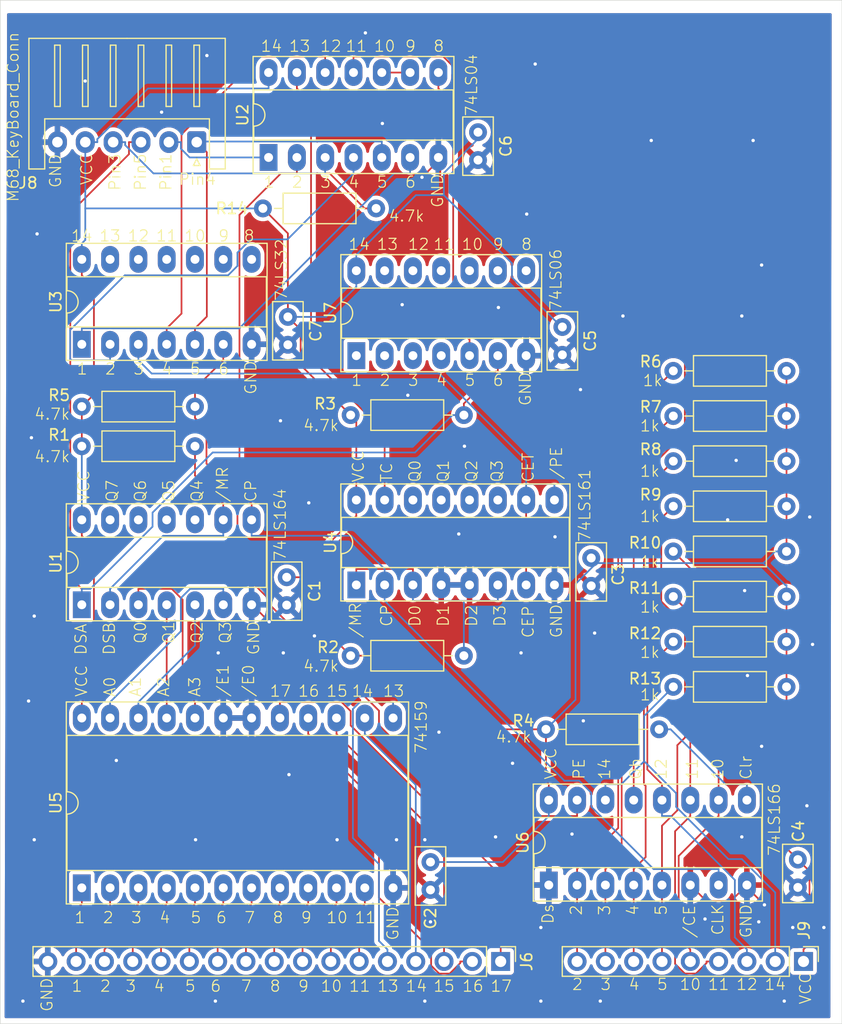
<source format=kicad_pcb>
(kicad_pcb (version 20240108) (generator "pcbnew") (generator_version "8.0")
  (layers (0 "F.Cu" signal) (31 "B.Cu" signal) (34 "B.Paste" user) (35 "F.Paste" user) (36 "B.SilkS" user "B.Silkscreen") (37 "F.SilkS" user "F.Silkscreen") (38 "B.Mask" user) (39 "F.Mask" user) (44 "Edge.Cuts" user))
  (net 0 "")
  (net 1 "VCC")
  (net 2 "/FromM68(Pin4)")
  (net 3 "/FromM68(Pin1)")
  (net 4 "/ToM68(Pin5)")
  (net 15 "GND")
  (net 16 "Net-(J6-Pin_3)")
  (net 17 "Net-(J6-Pin_2)")
  (net 18 "Net-(J6-Pin_1)")
  (net 19 "Net-(J6-Pin_4)")
  (net 20 "Net-(J6-Pin_5)")
  (net 21 "/FromM68(Pin3)")
  (net 22 "Net-(U2-Pad10)")
  (net 23 "Net-(U2-Pad4)")
  (net 24 "Net-(U2-Pad12)")
  (net 25 "Net-(U2-Pad6)")
  (net 26 "Net-(U2-Pad8)")
  (net 33 "Net-(J6-Pin_16)")
  (net 34 "Net-(J6-Pin_7)")
  (net 35 "Net-(J6-Pin_13)")
  (net 36 "Net-(J6-Pin_14)")
  (net 37 "Net-(J6-Pin_11)")
  (net 38 "Net-(J6-Pin_10)")
  (net 39 "Net-(J6-Pin_15)")
  (net 40 "Net-(J6-Pin_9)")
  (net 41 "Net-(J6-Pin_12)")
  (net 42 "Net-(J6-Pin_6)")
  (net 43 "Net-(J6-Pin_8)")
  (net 44 "Net-(J9-Pin_3)")
  (net 45 "Net-(J9-Pin_8)")
  (net 46 "Net-(J9-Pin_7)")
  (net 47 "Net-(J9-Pin_9)")
  (net 48 "Net-(J9-Pin_2)")
  (net 49 "Net-(J9-Pin_5)")
  (net 50 "Net-(J9-Pin_6)")
  (net 51 "Net-(J9-Pin_4)")
  (net 52 "Net-(U1-DSB)")
  (net 53 "Net-(U4-D0)")
  (net 54 "Net-(U6-Clr)")
  (net 55 "Net-(U6-PE)")
  (net 56 "Net-(U1-Q2)")
  (net 57 "Net-(U1-Q3)")
  (net 61 "Net-(U1-CP)")
  (net 63 "Net-(U1-Q1)")
  (net 64 "Net-(U1-Q0)")
  (net 65 "Net-(U4-TC)")
  (net 66 "Net-(U6-Qh)")
  (net 67 "Net-(U4-CEP)")
  (footprint "Package_DIP:DIP-14_W7.62mm_Socket_LongPads" (layer "F.Cu") (at 32.7152 91.44 90)
    (property "Reference" "U3")
    (property "Value" "74LS32")
  )
  (footprint "Resistor_THT:R_Axial_DIN0207_L6.3mm_D2.5mm_P10.16mm_Horizontal" (layer "F.Cu") (at 85.8012 97.874)
    (property "Reference" "R7")
    (property "Value" "1k")
  )
  (footprint "Resistor_THT:R_Axial_DIN0207_L6.3mm_D2.5mm_P10.16mm_Horizontal" (layer "F.Cu") (at 32.7152 100.584)
    (property "Reference" "R1")
    (property "Value" "4.7k")
  )
  (footprint "Resistor_THT:R_Axial_DIN0207_L6.3mm_D2.5mm_P10.16mm_Horizontal" (layer "F.Cu") (at 48.9712 79.248)
    (property "Reference" "R14")
    (property "Value" "4.7k")
  )
  (footprint "Resistor_THT:R_Axial_DIN0207_L6.3mm_D2.5mm_P10.16mm_Horizontal" (layer "F.Cu") (at 85.8012 105.974)
    (property "Reference" "R9")
    (property "Value" "1k")
  )
  (footprint "Connector_JST:JST_XH_S6B-XH-A_1x06_P2.50mm_Horizontal" (layer "F.Cu") (at 43.0292 73.3 180)
    (property "Reference" "J8")
    (property "Value" "M68_Kbd_Con")
  )
  (footprint "Package_DIP:DIP-16_W7.62mm_Socket_LongPads" (layer "F.Cu") (at 74.6252 139.954 90)
    (property "Reference" "U6")
    (property "Value" "74LS166")
  )
  (footprint "Connector_PinHeader_2.54mm:PinHeader_1x09_P2.54mm_Vertical" (layer "F.Cu") (at 97.4852 146.812 -90)
    (property "Reference" "J9")
    (property "Value" "row")
  )
  (footprint "Resistor_THT:R_Axial_DIN0207_L6.3mm_D2.5mm_P10.16mm_Horizontal" (layer "F.Cu") (at 85.8012 114.074)
    (property "Reference" "R11")
    (property "Value" "1k")
  )
  (footprint "Capacitor_THT:C_Disc_D5.0mm_W2.5mm_P2.50mm" (layer "F.Cu") (at 78.4352 110.6116 -90)
    (property "Reference" "C3")
    (property "Value" "0.1u")
  )
  (footprint "Capacitor_THT:C_Disc_D5.0mm_W2.5mm_P2.50mm" (layer "F.Cu") (at 96.9772 137.668 -90)
    (property "Reference" "C4")
    (property "Value" "0.1u")
  )
  (footprint "Resistor_THT:R_Axial_DIN0207_L6.3mm_D2.5mm_P10.16mm_Horizontal" (layer "F.Cu") (at 85.8012 118.124)
    (property "Reference" "R12")
    (property "Value" "1k")
  )
  (footprint "Resistor_THT:R_Axial_DIN0207_L6.3mm_D2.5mm_P10.16mm_Horizontal" (layer "F.Cu") (at 56.8452 97.79)
    (property "Reference" "R3")
    (property "Value" "R")
  )
  (footprint "Connector_PinHeader_2.54mm:PinHeader_1x17_P2.54mm_Vertical" (layer "F.Cu") (at 70.3072 146.812 -90)
    (property "Reference" "J6")
    (property "Value" "Column")
  )
  (footprint "Resistor_THT:R_Axial_DIN0207_L6.3mm_D2.5mm_P10.16mm_Horizontal" (layer "F.Cu") (at 32.7152 97.028)
    (property "Reference" "R5")
    (property "Value" "4.7k")
  )
  (footprint "Capacitor_THT:C_Disc_D5.0mm_W2.5mm_P2.50mm" (layer "F.Cu") (at 75.8444 89.8852 -90)
    (property "Reference" "C5")
    (property "Value" "0.1u")
  )
  (footprint "Package_DIP:DIP-14_W7.62mm_Socket_LongPads" (layer "F.Cu") (at 57.3532 92.456 90)
    (property "Reference" "U7")
    (property "Value" "74LS06")
  )
  (footprint "Capacitor_THT:C_Disc_D5.0mm_W2.5mm_P2.50mm" (layer "F.Cu") (at 68.2752 72.41 -90)
    (property "Reference" "C6")
    (property "Value" "0.1u")
  )
  (footprint "Capacitor_THT:C_Disc_D5.0mm_W2.5mm_P2.50mm" (layer "F.Cu") (at 51.2114 88.9808 -90)
    (property "Reference" "C7")
    (property "Value" "0.1u")
  )
  (footprint "Resistor_THT:R_Axial_DIN0207_L6.3mm_D2.5mm_P10.16mm_Horizontal" (layer "F.Cu") (at 56.8452 119.38)
    (property "Reference" "R2")
    (property "Value" "4.7k")
  )
  (footprint "Resistor_THT:R_Axial_DIN0207_L6.3mm_D2.5mm_P10.16mm_Horizontal" (layer "F.Cu") (at 85.8012 93.824)
    (property "Reference" "R6")
    (property "Value" "1k")
  )
  (footprint "Resistor_THT:R_Axial_DIN0207_L6.3mm_D2.5mm_P10.16mm_Horizontal" (layer "F.Cu") (at 85.8012 101.924)
    (property "Reference" "R8")
    (property "Value" "1k")
  )
  (footprint "Package_DIP:DIP-16_W7.62mm_Socket_LongPads" (layer "F.Cu") (at 57.3532 113.03 90)
    (property "Reference" "U4")
    (property "Value" "74LS161")
  )
  (footprint "Package_DIP:DIP-24_W15.24mm_Socket_LongPads" (layer "F.Cu") (at 32.7152 140.208 90)
    (property "Reference" "U5")
    (property "Value" "74159")
  )
  (footprint "Resistor_THT:R_Axial_DIN0207_L6.3mm_D2.5mm_P10.16mm_Horizontal" (layer "F.Cu") (at 85.8012 122.174)
    (property "Reference" "R13")
    (property "Value" "1k")
  )
  (footprint "Package_DIP:DIP-14_W7.62mm_Socket_LongPads" (layer "F.Cu") (at 49.4792 74.676 90)
    (property "Reference" "U2")
    (property "Value" "74LS04")
  )
  (footprint "Capacitor_THT:C_Disc_D5.0mm_W2.5mm_P2.50mm" (layer "F.Cu") (at 64.008 137.8912 -90)
    (property "Reference" "C2")
    (property "Value" "0.1u")
  )
  (footprint "Capacitor_THT:C_Disc_D5.0mm_W2.5mm_P2.50mm" (layer "F.Cu") (at 51.1048 112.3388 -90)
    (property "Reference" "C1")
    (property "Value" "0.1u")
  )
  (footprint "Package_DIP:DIP-14_W7.62mm_Socket_LongPads" (layer "F.Cu") (at 32.7152 114.808 90)
    (property "Reference" "U1")
    (property "Value" "74HC164")
  )
  (footprint "Resistor_THT:R_Axial_DIN0207_L6.3mm_D2.5mm_P10.16mm_Horizontal" (layer "F.Cu") (at 74.3712 125.984)
    (property "Reference" "R4")
    (property "Value" "4.7k")
  )
  (footprint "Resistor_THT:R_Axial_DIN0207_L6.3mm_D2.5mm_P10.16mm_Horizontal" (layer "F.Cu") (at 85.8012 110.024)
    (property "Reference" "R10")
    (property "Value" "1k")
  )
  (gr_rect (start 25.4 60.5736) (end 100.9348 152.4) (stroke (width 0.05)) (fill none) (layer "Edge.Cuts"))
  (gr_text "D1" (at 65.7352 116.84 90) (layer "F.SilkS") (effects (font (size 1 1) (thickness 0.1)) (justify left bottom)))
  (gr_text "4.7k" (at 28.3972 98.298 0) (layer "F.SilkS") (effects (font (size 1 1) (thickness 0.1)) (justify left bottom)))
  (gr_text "12" (at 36.7792 82.296 0) (layer "F.SilkS") (effects (font (size 1 1) (thickness 0.1)) (justify left bottom)))
  (gr_text "11" (at 64.2112 83.058 0) (layer "F.SilkS") (effects (font (size 1 1) (thickness 0.1)) (justify left bottom)))
  (gr_text "VCC" (at 98.2472 150.7236 90) (layer "F.SilkS") (effects (font (size 1 1) (thickness 0.1)) (justify left bottom)))
  (gr_text "GND" (at 48.7172 119.38 90) (layer "F.SilkS") (effects (font (size 1 1) (thickness 0.1)) (justify left bottom)))
  (gr_text "11" (at 88.0872 130.556 90) (layer "F.SilkS") (effects (font (size 1 1) (thickness 0.1)) (justify left bottom)))
  (gr_text "Q6" (at 38.5572 105.664 90) (layer "F.SilkS") (effects (font (size 1 1) (thickness 0.1)) (justify left bottom)))
  (gr_text "1" (at 31.75 149.606 0) (layer "F.SilkS") (effects (font (size 1 1) (thickness 0.1)) (justify left bottom)))
  (gr_text "6" (at 44.196 149.606 0) (layer "F.SilkS") (effects (font (size 1 1) (thickness 0.1)) (justify left bottom)))
  (gr_text "74159" (at 63.754 128.2192 90) (layer "F.SilkS") (effects (font (size 1 1) (thickness 0.1)) (justify left bottom)))
  (gr_text "3" (at 37.2872 94.234 0) (layer "F.SilkS") (effects (font (size 1 1) (thickness 0.1)) (justify left bottom)))
  (gr_text "8" (at 49.53 149.606 0) (layer "F.SilkS") (effects (font (size 1 1) (thickness 0.1)) (justify left bottom)))
  (gr_text "Ds" (at 75.1332 143.51 90) (layer "F.SilkS") (effects (font (size 1 1) (thickness 0.1)) (justify left bottom)))
  (gr_text "3" (at 80.2132 142.748 90) (layer "F.SilkS") (effects (font (size 1 1) (thickness 0.1)) (justify left bottom)))
  (gr_text "12" (at 85.2932 130.556 90) (layer "F.SilkS") (effects (font (size 1 1) (thickness 0.1)) (justify left bottom)))
  (gr_text "CP" (at 48.4632 105.664 90) (layer "F.SilkS") (effects (font (size 1 1) (thickness 0.1)) (justify left bottom)))
  (gr_text "1k" (at 82.7532 123.472 0) (layer "F.SilkS") (effects (font (size 1 1) (thickness 0.1)) (justify left bottom)))
  (gr_text "8" (at 72.0852 83.058 0) (layer "F.SilkS") (effects (font (size 1 1) (thickness 0.1)) (justify left bottom)))
  (gr_text "10" (at 41.8592 82.296 0) (layer "F.SilkS") (effects (font (size 1 1) (thickness 0.1)) (justify left bottom)))
  (gr_text "3" (at 37.084 143.4592 0) (layer "F.SilkS") (effects (font (size 1 1) (thickness 0.1)) (justify left bottom)))
  (gr_text "4" (at 39.8272 94.234 0) (layer "F.SilkS") (effects (font (size 1 1) (thickness 0.1)) (justify left bottom)))
  (gr_text "15" (at 54.61 123.1392 0) (layer "F.SilkS") (effects (font (size 1 1) (thickness 0.1)) (justify left bottom)))
  (gr_text "13" (at 51.2572 65.278 0) (layer "F.SilkS") (effects (font (size 1 1) (thickness 0.1)) (justify left bottom)))
  (gr_text "1" (at 32.2072 94.234 0) (layer "F.SilkS") (effects (font (size 1 1) (thickness 0.1)) (justify left bottom)))
  (gr_text "9" (at 52.07 149.606 0) (layer "F.SilkS") (effects (font (size 1 1) (thickness 0.1)) (justify left bottom)))
  (gr_text "14" (at 48.7172 65.278 0) (layer "F.SilkS") (effects (font (size 1 1) (thickness 0.1)) (justify left bottom)))
  (gr_text "/E0" (at 48.26 123.1392 90) (layer "F.SilkS") (effects (font (size 1 1) (thickness 0.1)) (justify left bottom)))
  (gr_text "13" (at 34.2392 82.296 0) (layer "F.SilkS") (effects (font (size 1 1) (thickness 0.1)) (justify left bottom)))
  (gr_text "14" (at 56.896 123.1392 0) (layer "F.SilkS") (effects (font (size 1 1) (thickness 0.1)) (justify left bottom)))
  (gr_text "Q1" (at 41.0972 118.364 90) (layer "F.SilkS") (effects (font (size 1 1) (thickness 0.1)) (justify left bottom)))
  (gr_text "1k" (at 82.7532 99.342 0) (layer "F.SilkS") (effects (font (size 1 1) (thickness 0.1)) (justify left bottom)))
  (gr_text "Q3" (at 70.5612 103.886 90) (layer "F.SilkS") (effects (font (size 1 1) (thickness 0.1)) (justify left bottom)))
  (gr_text "11" (at 57.15 143.4592 0) (layer "F.SilkS") (effects (font (size 1 1) (thickness 0.1)) (justify left bottom)))
  (gr_text "3" (at 61.9252 95.25 0) (layer "F.SilkS") (effects (font (size 1 1) (thickness 0.1)) (justify left bottom)))
  (gr_text "A3" (at 43.434 123.1392 90) (layer "F.SilkS") (effects (font (size 1 1) (thickness 0.1)) (justify left bottom)))
  (gr_text "1k" (at 82.7532 119.662 0) (layer "F.SilkS") (effects (font (size 1 1) (thickness 0.1)) (justify left bottom)))
  (gr_text "6" (at 61.6712 77.47 0) (layer "F.SilkS") (effects (font (size 1 1) (thickness 0.1)) (justify left bottom)))
  (gr_text "TC" (at 60.6552 103.886 90) (layer "F.SilkS") (effects (font (size 1 1) (thickness 0.1)) (justify left bottom)))
  (gr_text "5" (at 84.2772 149.4536 0) (layer "F.SilkS") (effects (font (size 1 1) (thickness 0.1)) (justify left bottom)))
  (gr_text "12" (at 91.3892 149.4536 0) (layer "F.SilkS") (effects (font (size 1 1) (thickness 0.1)) (justify left bottom)))
  (gr_text "2" (at 76.6572 149.4536 0) (layer "F.SilkS") (effects (font (size 1 1) (thickness 0.1)) (justify left bottom)))
  (gr_text "16" (at 52.07 123.1392 0) (layer "F.SilkS") (effects (font (size 1 1) (thickness 0.1)) (justify left bottom)))
  (gr_text "CEP" (at 73.3552 117.856 90) (layer "F.SilkS") (effects (font (size 1 1) (thickness 0.1)) (justify left bottom)))
  (gr_text "PE" (at 77.9272 130.556 90) (layer "F.SilkS") (effects (font (size 1 1) (thickness 0.1)) (justify left bottom)))
  (gr_text "2" (at 34.544 143.4592 0) (layer "F.SilkS") (effects (font (size 1 1) (thickness 0.1)) (justify left bottom)))
  (gr_text "Pin3" (at 36.2712 77.724 90) (layer "F.SilkS") (effects (font (size 1 1) (thickness 0.1)) (justify left bottom)))
  (gr_text "5" (at 67.0052 95.25 0) (layer "F.SilkS") (effects (font (size 1 1) (thickness 0.1)) (justify left bottom)))
  (gr_text "1k" (at 82.7532 115.598 0) (layer "F.SilkS") (effects (font (size 1 1) (thickness 0.1)) (justify left bottom)))
  (gr_text "CET" (at 73.3552 103.886 90) (layer "F.SilkS") (effects (font (size 1 1) (thickness 0.1)) (justify left bottom)))
  (gr_text "10" (at 54.102 149.606 0) (layer "F.SilkS") (effects (font (size 1 1) (thickness 0.1)) (justify left bottom)))
  (gr_text "1k" (at 82.7532 107.47 0) (layer "F.SilkS") (effects (font (size 1 1) (thickness 0.1)) (justify left bottom)))
  (gr_text "/MR" (at 57.8612 117.856 90) (layer "F.SilkS") (effects (font (size 1 1) (thickness 0.1)) (justify left bottom)))
  (gr_text "9" (at 61.6712 65.278 0) (layer "F.SilkS") (effects (font (size 1 1) (thickness 0.1)) (justify left bottom)))
  (gr_text "5" (at 42.3672 94.234 0) (layer "F.SilkS") (effects (font (size 1 1) (thickness 0.1)) (justify left bottom)))
  (gr_text "10" (at 90.3732 130.556 90) (layer "F.SilkS") (effects (font (size 1 1) (thickness 0.1)) (justify left bottom)))
  (gr_text "4.7k" (at 69.7992 127.254 0) (layer "F.SilkS") (effects (font (size 1 1) (thickness 0.1)) (justify left bottom)))
  (gr_text "5" (at 85.2932 142.748 90) (layer "F.SilkS") (effects (font (size 1 1) (thickness 0.1)) (justify left bottom)))
  (gr_text "A0" (at 35.814 123.1392 90) (layer "F.SilkS") (effects (font (size 1 1) (thickness 0.1)) (justify left bottom)))
  (gr_text "4.7k" (at 28.3972 102.108 0) (layer "F.SilkS") (effects (font (size 1 1) (thickness 0.1)) (justify left bottom)))
  (gr_text "7" (at 47.244 143.4592 0) (layer "F.SilkS") (effects (font (size 1 1) (thickness 0.1)) (justify left bottom)))
  (gr_text "4" (at 81.7372 149.4536 0) (layer "F.SilkS") (effects (font (size 1 1) (thickness 0.1)) (justify left bottom)))
  (gr_text "CP" (at 60.6552 116.84 90) (layer "F.SilkS") (effects (font (size 1 1) (thickness 0.1)) (justify left bottom)))
  (gr_text "D2" (at 68.2752 116.84 90) (layer "F.SilkS") (effects (font (size 1 1) (thickness 0.1)) (justify left bottom)))
  (gr_text "Clr" (at 92.9132 130.556 90) (layer "F.SilkS") (effects (font (size 1 1) (thickness 0.1)) (justify left bottom)))
  (gr_text "10" (at 66.7512 83.058 0) (layer "F.SilkS") (effects (font (size 1 1) (thickness 0.1)) (justify left bottom)))
  (gr_text "4" (at 39.624 143.4592 0) (layer "F.SilkS") (effects (font (size 1 1) (thickness 0.1)) (justify left bottom)))
  (gr_text "4.7k" (at 52.5272 120.904 0) (layer "F.SilkS") (effects (font (size 1 1) (thickness 0.1)) (justify left bottom)))
  (gr_text "4" (at 82.7532 142.748 90) (layer "F.SilkS") (effects (font (size 1 1) (thickness 0.1)) (justify left bottom)))
  (gr_text "74LS161" (at 78.4352 109.2416 90) (layer "F.SilkS") (effects (font (size 1 1) (thickness 0.1)) (justify left bottom)))
  (gr_text "/CE" (at 87.8332 144.78 90) (layer "F.SilkS") (effects (font (size 1 1) (thickness 0.1)) (justify left bottom)))
  (gr_text "Q4" (at 43.6372 105.664 90) (layer "F.SilkS") (effects (font (size 1 1) (thickness 0.1)) (justify left bottom)))
  (gr_text "4.7k" (at 60.198 80.518 0) (layer "F.SilkS") (effects (font (size 1 1) (thickness 0.1)) (justify left bottom)))
  (gr_text "6" (at 69.5452 95.25 0) (layer "F.SilkS") (effects (font (size 1 1) (thickness 0.1)) (justify left bottom)))
  (gr_text "16" (at 66.802 149.606 0) (layer "F.SilkS") (effects (font (size 1 1) (thickness 0.1)) (justify left bottom)))
  (gr_text "6" (at 44.9072 94.234 0) (layer "F.SilkS") (effects (font (size 1 1) (thickness 0.1)) (justify left bottom)))
  (gr_text "VCC" (at 33.7312 77.216 90) (layer "F.SilkS") (effects (font (size 1 1) (thickness 0.1)) (justify left bottom)))
  (gr_text "10" (at 58.8772 65.278 0) (layer "F.SilkS") (effects (font (size 1 1) (thickness 0.1)) (justify left bottom)))
  (gr_text "1" (at 48.9712 77.47 0) (layer "F.SilkS") (effects (font (size 1 1) (thickness 0.1)) (justify left bottom)))
  (gr_text "3" (at 54.0512 77.47 0) (layer "F.SilkS") (effects (font (size 1 1) (thickness 0.1)) (justify left bottom)))
  (gr_text "2" (at 34.29 149.606 0) (layer "F.SilkS") (effects (font (size 1 1) (thickness 0.1)) (justify left bottom)))
  (gr_text "74LS166" (at 95.4532 137.414 90) (layer "F.SilkS") (effects (font (size 1 1) (thickness 0.1)) (justify left bottom)))
  (gr_text "DSA" (at 33.2232 119.38 90) (layer "F.SilkS") (effects (font (size 1 1) (thickness 0.1)) (justify left bottom)))
  (gr_text "Qh" (at 83.0072 130.556 90) (layer "F.SilkS") (effects (font (size 1 1) (thickness 0.1)) (justify left bottom)))
  (gr_text "11" (at 56.3372 65.278 0) (layer "F.SilkS") (effects (font (size 1 1) (thickness 0.1)) (justify left bottom)))
  (gr_text "11" (at 56.642 149.606 0) (layer "F.SilkS") (effects (font (size 1 1) (thickness 0.1)) (justify left bottom)))
  (gr_text "Q1" (at 65.7352 103.886 90) (layer "F.SilkS") (effects (font (size 1 1) (thickness 0.1)) (justify left bottom)))
  (gr_text "Pin5" (at 38.5572 77.724 90) (layer "F.SilkS") (effects (font (size 1 1) (thickness 0.1)) (justify left bottom)))
  (gr_text "GND" (at 75.8952 117.856 90) (layer "F.SilkS") (effects (font (size 1 1) (thickness 0.1)) (justify left bottom)))
  (gr_text "7" (at 46.9392 149.606 0) (layer "F.SilkS") (effects (font (size 1 1) (thickness 0.1)) (justify left bottom)))
  (gr_text "VCC" (at 33.274 123.1392 90) (layer "F.SilkS") (effects (font (size 1 1) (thickness 0.1)) (justify left bottom)))
  (gr_text "Q2" (at 68.2752 103.886 90) (layer "F.SilkS") (effects (font (size 1 1) (thickness 0.1)) (justify left bottom)))
  (gr_text "Pin1" (at 40.8432 77.724 90) (layer "F.SilkS") (effects (font (size 1 1) (thickness 0.1)) (justify left bottom)))
  (gr_text "VCC" (at 33.4772 105.664 90) (layer "F.SilkS") (effects (font (size 1 1) (thickness 0.1)) (justify left bottom)))
  (gr_text "14" (at 31.6992 82.296 0) (layer "F.SilkS") (effects (font (size 1 1) (thickness 0.1)) (justify left bottom)))
  (gr_text "/E1" (at 45.974 123.1392 90) (layer "F.SilkS") (effects (font (size 1 1) (thickness 0.1)) (justify left bottom)))
  (gr_text "GND" (at 65.2272 79.248 90) (layer "F.SilkS") (effects (font (size 1 1) (thickness 0.1)) (justify left bottom)))
  (gr_text "8" (at 47.1932 82.296 0) (layer "F.SilkS") (effects (font (size 1 1) (thickness 0.1)) (justify left bottom)))
  (gr_text "2" (at 51.5112 77.47 0) (layer "F.SilkS") (effects (font (size 1 1) (thickness 0.1)) (justify left bottom)))
  (gr_text "14" (at 93.9292 149.4536 0) (layer "F.SilkS") (effects (font (size 1 1) (thickness 0.1)) (justify left bottom)))
  (gr_text "8" (at 64.2112 65.278 0) (layer "F.SilkS") (effects (font (size 1 1) (thickness 0.1)) (justify left bottom)))
  (gr_text "5" (at 42.418 143.4592 0) (layer "F.SilkS") (effects (font (size 1 1) (thickness 0.1)) (justify left bottom)))
  (gr_text "1k" (at 82.7532 103.406 0) (layer "F.SilkS") (effects (font (size 1 1) (thickness 0.1)) (justify left bottom)))
  (gr_text "M68_KeyBoard_Conn" (at 27.1272 78.74 90) (layer "F.SilkS") (effects (font (size 1 1) (thickness 0.1)) (justify left bottom)))
  (gr_text "9" (at 69.5452 83.058 0) (layer "F.SilkS") (effects (font (size 1 1) (thickness 0.1)) (justify left bottom)))
  (gr_text "6" (at 44.704 143.4592 0) (layer "F.SilkS") (effects (font (size 1 1) (thickness 0.1)) (justify left bottom)))
  (gr_text "10" (at 86.3092 149.4536 0) (layer "F.SilkS") (effects (font (size 1 1) (thickness 0.1)) (justify left bottom)))
  (gr_text "13" (at 59.69 123.1392 0) (layer "F.SilkS") (effects (font (size 1 1) (thickness 0.1)) (justify left bottom)))
  (gr_text "DSB" (at 35.7632 119.38 90) (layer "F.SilkS") (effects (font (size 1 1) (thickness 0.1)) (justify left bottom)))
  (gr_text "GND" (at 30.1752 151.384 90) (layer "F.SilkS") (effects (font (size 1 1) (thickness 0.1)) (justify left bottom)))
  (gr_text "12" (at 54.0512 65.278 0) (layer "F.SilkS") (effects (font (size 1 1) (thickness 0.1)) (justify left bottom)))
  (gr_text "9" (at 44.9072 82.296 0) (layer "F.SilkS") (effects (font (size 1 1) (thickness 0.1)) (justify left bottom)))
  (gr_text "2" (at 34.7472 94.234 0) (layer "F.SilkS") (effects (font (size 1 1) (thickness 0.1)) (justify left bottom)))
  (gr_text "14" (at 61.722 149.606 0) (layer "F.SilkS") (effects (font (size 1 1) (thickness 0.1)) (justify left bottom)))
  (gr_text "74LS06" (at 75.8444 88.5152 90) (layer "F.SilkS") (effects (font (size 1 1) (thickness 0.1)) (justify left bottom)))
  (gr_text "Q0" (at 63.1952 103.886 90) (layer "F.SilkS") (effects (font (size 1 1) (thickness 0.1)) (justify left bottom)))
  (gr_text "12" (at 61.9252 83.058 0) (layer "F.SilkS") (effects (font (size 1 1) (thickness 0.1)) (justify left bottom)))
  (gr_text "74LS164" (at 51.1048 110.9688 90) (layer "F.SilkS") (effects (font (size 1 1) (thickness 0.1)) (justify left bottom)))
  (gr_text "4" (at 56.5912 77.47 0) (layer "F.SilkS") (effects (font (size 1 1) (thickness 0.1)) (justify left bottom)))
  (gr_text "3" (at 79.1972 149.4536 0) (layer "F.SilkS") (effects (font (size 1 1) (thickness 0.1)) (justify left bottom)))
  (gr_text "10" (at 54.61 143.4592 0) (layer "F.SilkS") (effects (font (size 1 1) (thickness 0.1)) (justify left bottom)))
  (gr_text "4" (at 64.4652 95.25 0) (layer "F.SilkS") (effects (font (size 1 1) (thickness 0.1)) (justify left bottom)))
  (gr_text "11" (at 39.3192 82.296 0) (layer "F.SilkS") (effects (font (size 1 1) (thickness 0.1)) (justify left bottom)))
  (gr_text "GND" (at 61.214 144.9832 90) (layer "F.SilkS") (effects (font (size 1 1) (thickness 0.1)) (justify left bottom)))
  (gr_text "GND" (at 30.9372 77.47 90) (layer "F.SilkS") (effects (font (size 1 1) (thickness 0.1)) (justify left bottom)))
  (gr_text "VCC\n" (at 75.3872 130.556 90) (layer "F.SilkS") (effects (font (size 1 1) (thickness 0.1)) (justify left bottom)))
  (gr_text "CLK" (at 90.3732 144.526 90) (layer "F.SilkS") (effects (font (size 1 1) (thickness 0.1)) (justify left bottom)))
  (gr_text "Q0" (at 38.5572 118.364 90) (layer "F.SilkS") (effects (font (size 1 1) (thickness 0.1)) (justify left bottom)))
  (gr_text "VCC" (at 58.1152 103.886 90) (layer "F.SilkS") (effects (font (size 1 1) (thickness 0.1)) (justify left bottom)))
  (gr_text "Q3" (at 46.1772 118.364 90) (layer "F.SilkS") (effects (font (size 1 1) (thickness 0.1)) (justify left bottom)))
  (gr_text "D3" (at 70.8152 116.84 90) (layer "F.SilkS") (effects (font (size 1 1) (thickness 0.1)) (justify left bottom)))
  (gr_text "1k" (at 82.7532 111.534 0) (layer "F.SilkS") (effects (font (size 1 1) (thickness 0.1)) (justify left bottom)))
  (gr_text "74LS32" (at 51.2114 87.6108 90) (layer "F.SilkS") (effects (font (size 1 1) (thickness 0.1)) (justify left bottom)))
  (gr_text "1" (at 56.8452 95.25 0) (layer "F.SilkS") (effects (font (size 1 1) (thickness 0.1)) (justify left bottom)))
  (gr_text "8" (at 49.784 143.4592 0) (layer "F.SilkS") (effects (font (size 1 1) (thickness 0.1)) (justify left bottom)))
  (gr_text "9" (at 52.324 143.4592 0) (layer "F.SilkS") (effects (font (size 1 1) (thickness 0.1)) (justify left bottom)))
  (gr_text "13" (at 59.182 149.606 0) (layer "F.SilkS") (effects (font (size 1 1) (thickness 0.1)) (justify left bottom)))
  (gr_text "4.7k" (at 52.5272 99.314 0) (layer "F.SilkS") (effects (font (size 1 1) (thickness 0.1)) (justify left bottom)))
  (gr_text "5" (at 41.91 149.606 0) (layer "F.SilkS") (effects (font (size 1 1) (thickness 0.1)) (justify left bottom)))
  (gr_text "A1" (at 38.1 123.1392 90) (layer "F.SilkS") (effects (font (size 1 1) (thickness 0.1)) (justify left bottom)))
  (gr_text "17" (at 49.53 123.1392 0) (layer "F.SilkS") (effects (font (size 1 1) (thickness 0.1)) (justify left bottom)))
  (gr_text "5" (at 59.1312 77.47 0) (layer "F.SilkS") (effects (font (size 1 1) (thickness 0.1)) (justify left bottom)))
  (gr_text "1" (at 32.004 143.4592 0) (layer "F.SilkS") (effects (font (size 1 1) (thickness 0.1)) (justify left bottom)))
  (gr_text "GND" (at 73.1012 97.028 90) (layer "F.SilkS") (effects (font (size 1 1) (thickness 0.1)) (justify left bottom)))
  (gr_text "/MR" (at 45.9232 105.664 90) (layer "F.SilkS") (effects (font (size 1 1) (thickness 0.1)) (justify left bottom)))
  (gr_text "Q7" (at 36.0172 105.664 90) (layer "F.SilkS") (effects (font (size 1 1) (thickness 0.1)) (justify left bottom)))
  (gr_text "Q5" (at 41.0972 105.664 90) (layer "F.SilkS") (effects (font (size 1 1) (thickness 0.1)) (justify left bottom)))
  (gr_text "17" (at 69.342 149.606 0) (layer "F.SilkS") (effects (font (size 1 1) (thickness 0.1)) (justify left bottom)))
  (gr_text "14" (at 56.5912 83.058 0) (layer "F.SilkS") (effects (font (size 1 1) (thickness 0.1)) (justify left bottom)))
  (gr_text "2" (at 77.6732 142.748 90) (layer "F.SilkS") (effects (font (size 1 1) (thickness 0.1)) (justify left bottom)))
  (gr_text "Pin4" (at 41.3512 77.216 0) (layer "F.SilkS") (effects (font (size 1 1) (thickness 0.1)) (justify left bottom)))
  (gr_text "D0" (at 63.1952 116.84 90) (layer "F.SilkS") (effects (font (size 1 1) (thickness 0.1)) (justify left bottom)))
  (gr_text "74LS04" (at 68.2752 71.04 90) (layer "F.SilkS") (effects (font (size 1 1) (thickness 0.1)) (justify left bottom)))
  (gr_text "3" (at 36.576 149.606 0) (layer "F.SilkS") (effects (font (size 1 1) (thickness 0.1)) (justify left bottom)))
  (gr_text "14" (at 80.2132 130.556 90) (layer "F.SilkS") (effects (font (size 1 1) (thickness 0.1)) (justify left bottom)))
  (gr_text "1k" (at 83.0072 95.278 0) (layer "F.SilkS") (effects (font (size 1 1) (thickness 0.1)) (justify left bottom)))
  (gr_text "13" (at 59.1312 83.058 0) (layer "F.SilkS") (effects (font (size 1 1) (thickness 0.1)) (justify left bottom)))
  (gr_text "GND" (at 92.9132 144.78 90) (layer "F.SilkS") (effects (font (size 1 1) (thickness 0.1)) (justify left bottom)))
  (gr_text "15" (at 64.2112 149.606 0) (layer "F.SilkS") (effects (font (size 1 1) (thickness 0.1)) (justify left bottom)))
  (gr_text "11" (at 88.8492 149.4536 0) (layer "F.SilkS") (effects (font (size 1 1) (thickness 0.1)) (justify left bottom)))
  (gr_text "4" (at 39.116 149.606 0) (layer "F.SilkS") (effects (font (size 1 1) (thickness 0.1)) (justify left bottom)))
  (gr_text "2" (at 59.3852 95.25 0) (layer "F.SilkS") (effects (font (size 1 1) (thickness 0.1)) (justify left bottom)))
  (gr_text "/PE" (at 75.8952 103.632 90) (layer "F.SilkS") (effects (font (size 1 1) (thickness 0.1)) (justify left bottom)))
  (gr_text "A2" (at 40.64 123.1392 90) (layer "F.SilkS") (effects (font (size 1 1) (thickness 0.1)) (justify left bottom)))
  (gr_text "GND" (at 48.4632 96.012 90) (layer "F.SilkS") (effects (font (size 1 1) (thickness 0.1)) (justify left bottom)))
  (gr_text "Q2" (at 43.6372 118.364 90) (layer "F.SilkS") (effects (font (size 1 1) (thickness 0.1)) (justify left bottom)))
  (segment (start 95.9612 105.974) (end 95.9612 101.924) (width 0.1524) (layer "F.Cu") (net 1))
  (segment (start 98.0229 138.7137) (end 98.0229 145.194) (width 0.1524) (layer "F.Cu") (net 1))
  (segment (start 61.8172 119.38) (end 56.8452 119.38) (width 0.1524) (layer "F.Cu") (net 1))
  (segment (start 74.3712 125.984) (end 68.4212 125.984) (width 0.1524) (layer "F.Cu") (net 1))
  (segment (start 95.9612 118.124) (end 95.9612 122.174) (width 0.1524) (layer "F.Cu") (net 1))
  (segment (start 57.3532 98.298) (end 56.8452 97.79) (width 0.1524) (layer "F.Cu") (net 1))
  (segment (start 95.9612 110.024) (end 95.9612 105.974) (width 0.1524) (layer "F.Cu") (net 1))
  (segment (start 32.7152 123.5377) (end 33.8046 122.4483) (width 0.1524) (layer "F.Cu") (net 1))
  (segment (start 74.3712 130.6497) (end 74.6252 130.9037) (width 0.1524) (layer "F.Cu") (net 1))
  (segment (start 48.9712 79.248) (end 51.2114 81.4882) (width 0.1524) (layer "F.Cu") (net 1))
  (segment (start 95.9612 93.824) (end 95.9612 97.874) (width 0.1524) (layer "F.Cu") (net 1))
  (segment (start 33.8046 122.4483) (end 33.8046 109.7077) (width 0.1524) (layer "F.Cu") (net 1))
  (segment (start 32.7152 97.028) (end 33.8046 95.9386) (width 0.1524) (layer "F.Cu") (net 1))
  (segment (start 96.9772 137.668) (end 98.0229 138.7137) (width 0.1524) (layer "F.Cu") (net 1))
  (segment (start 51.2114 81.4882) (end 51.2114 88.9808) (width 0.1524) (layer "F.Cu") (net 1))
  (segment (start 52.3556 93.3004) (end 52.3556 90.125) (width 0.1524) (layer "F.Cu") (net 1))
  (segment (start 74.6252 132.334) (end 74.6252 130.9037) (width 0.1524) (layer "F.Cu") (net 1))
  (segment (start 68.4212 125.984) (end 61.8172 119.38) (width 0.1524) (layer "F.Cu") (net 1))
  (segment (start 32.7152 83.82) (end 32.7152 85.2503) (width 0.1524) (layer "F.Cu") (net 1))
  (segment (start 32.7152 100.584) (end 32.7152 97.028) (width 0.1524) (layer "F.Cu") (net 1))
  (segment (start 33.8046 95.9386) (end 33.8046 86.3397) (width 0.1524) (layer "F.Cu") (net 1))
  (segment (start 95.9612 122.174) (end 95.9612 136.652) (width 0.1524) (layer "F.Cu") (net 1))
  (segment (start 51.1048 112.3388) (end 53.0421 112.3388) (width 0.1524) (layer "F.Cu") (net 1))
  (segment (start 32.7152 107.188) (end 32.7152 108.6183) (width 0.1524) (layer "F.Cu") (net 1))
  (segment (start 56.8452 97.79) (end 52.3556 93.3004) (width 0.1524) (layer "F.Cu") (net 1))
  (segment (start 53.0421 111.1514) (end 53.0421 112.3388) (width 0.1524) (layer "F.Cu") (net 1))
  (segment (start 95.9612 118.124) (end 95.9612 114.074) (width 0.1524) (layer "F.Cu") (net 1))
  (segment (start 97.4852 146.812) (end 97.4852 145.7317) (width 0.1524) (layer "F.Cu") (net 1))
  (segment (start 95.9612 101.924) (end 95.9612 97.874) (width 0.1524) (layer "F.Cu") (net 1))
  (segment (start 98.0229 145.194) (end 97.4852 145.7317) (width 0.1524) (layer "F.Cu") (net 1))
  (segment (start 33.8046 86.3397) (end 32.7152 85.2503) (width 0.1524) (layer "F.Cu") (net 1))
  (segment (start 53.0421 112.3388) (end 53.0421 115.5769) (width 0.1524) (layer "F.Cu") (net 1))
  (segment (start 57.3532 105.41) (end 57.3532 98.298) (width 0.1524) (layer "F.Cu") (net 1))
  (segment (start 74.3712 125.984) (end 74.3712 130.6497) (width 0.1524) (layer "F.Cu") (net 1))
  (segment (start 57.3532 106.8403) (end 53.0421 111.1514) (width 0.1524) (layer "F.Cu") (net 1))
  (segment (start 52.3556 90.125) (end 51.2114 88.9808) (width 0.1524) (layer "F.Cu") (net 1))
  (segment (start 95.9612 136.652) (end 96.9772 137.668) (width 0.1524) (layer "F.Cu") (net 1))
  (segment (start 32.7152 124.968) (end 32.7152 123.5377) (width 0.1524) (layer "F.Cu") (net 1))
  (segment (start 33.8046 109.7077) (end 32.7152 108.6183) (width 0.1524) (layer "F.Cu") (net 1))
  (segment (start 57.3532 105.41) (end 57.3532 106.8403) (width 0.1524) (layer "F.Cu") (net 1))
  (segment (start 53.0421 115.5769) (end 56.8452 119.38) (width 0.1524) (layer "F.Cu") (net 1))
  (segment (start 33.0292 82.0757) (end 33.0292 79.248) (width 0.1524) (layer "B.Cu") (net 1))
  (segment (start 64.008 137.8912) (end 70.4983 137.8912) (width 0.1524) (layer "B.Cu") (net 1))
  (segment (start 62.7026 78.0563) (end 57.3532 83.4057) (width 0.1524) (layer "B.Cu") (net 1))
  (segment (start 95.856 113.0437) (end 95.9612 113.0437) (width 0.1524) (layer "B.Cu") (net 1))
  (segment (start 74.6252 132.334) (end 74.6252 133.7643) (width 0.1524) (layer "B.Cu") (net 1))
  (segment (start 49.4792 67.056) (end 49.4792 68.4863) (width 0.1524) (layer "B.Cu") (net 1))
  (segment (start 51.2114 88.9808) (end 54.6387 88.9808) (width 0.1524) (layer "B.Cu") (net 1))
  (segment (start 77.0251 112.9411) (end 78.8949 111.0713) (width 0.1524) (layer "B.Cu") (net 1))
  (segment (start 57.3532 84.836) (end 57.3532 83.4057) (width 0.1524) (layer "B.Cu") (net 1))
  (segment (start 70.4983 137.8912) (end 74.6252 133.7643) (width 0.1524) (layer "B.Cu") (net 1))
  (segment (start 54.6387 88.9808) (end 57.3532 86.2663) (width 0.1524) (layer "B.Cu") (net 1))
  (segment (start 38.6531 68.4863) (end 49.4792 68.4863) (width 0.1524) (layer "B.Cu") (net 1))
  (segment (start 33.0292 73.3) (end 34.1095 73.3) (width 0.1524) (layer "B.Cu") (net 1))
  (segment (start 75.8444 89.8852) (end 75.7654 89.8852) (width 0.1524) (layer "B.Cu") (net 1))
  (segment (start 94.9309 110.024) (end 93.8836 111.0713) (width 0.1524) (layer "B.Cu") (net 1))
  (segment (start 32.7152 82.3897) (end 33.0292 82.0757) (width 0.1524) (layer "B.Cu") (net 1))
  (segment (start 78.8949 111.0713) (end 78.4352 110.6116) (width 0.1524) (layer "B.Cu") (net 1))
  (segment (start 68.2752 73.0069) (end 68.2752 72.41) (width 0.1524) (layer "B.Cu") (net 1))
  (segment (start 48.9712 79.248) (end 33.0292 79.248) (width 0.1524) (layer "B.Cu") (net 1))
  (segment (start 32.7152 100.584) (end 32.7152 107.188) (width 0.1524) (layer "B.Cu") (net 1))
  (segment (start 65.2089 76.0732) (end 68.2752 73.0069) (width 0.1524) (layer "B.Cu") (net 1))
  (segment (start 77.0251 123.3301) (end 77.0251 112.9411) (width 0.1524) (layer "B.Cu") (net 1))
  (segment (start 93.8836 111.0713) (end 95.856 113.0437) (width 0.1524) (layer "B.Cu") (net 1))
  (segment (start 74.3712 125.984) (end 77.0251 123.3301) (width 0.1524) (layer "B.Cu") (net 1))
  (segment (start 93.8836 111.0713) (end 78.8949 111.0713) (width 0.1524) (layer "B.Cu") (net 1))
  (segment (start 71.3232 85.443) (end 71.3232 84.1706) (width 0.1524) (layer "B.Cu") (net 1))
  (segment (start 34.1095 73.3) (end 34.1095 73.0299) (width 0.1524) (layer "B.Cu") (net 1))
  (segment (start 34.1095 73.0299) (end 38.6531 68.4863) (width 0.1524) (layer "B.Cu") (net 1))
  (segment (start 65.2089 78.0563) (end 65.2089 76.0732) (width 0.1524) (layer "B.Cu") (net 1))
  (segment (start 65.2089 78.0563) (end 62.7026 78.0563) (width 0.1524) (layer "B.Cu") (net 1))
  (segment (start 75.7654 89.8852) (end 71.3232 85.443) (width 0.1524) (layer "B.Cu") (net 1))
  (segment (start 57.3532 84.836) (end 57.3532 86.2663) (width 0.1524) (layer "B.Cu") (net 1))
  (segment (start 33.0292 79.248) (end 33.0292 73.3) (width 0.1524) (layer "B.Cu") (net 1))
  (segment (start 71.3232 84.1706) (end 65.2089 78.0563) (width 0.1524) (layer "B.Cu") (net 1))
  (segment (start 32.7152 83.82) (end 32.7152 82.3897) (width 0.1524) (layer "B.Cu") (net 1))
  (segment (start 95.9612 114.074) (end 95.9612 113.0437) (width 0.1524) (layer "B.Cu") (net 1))
  (segment (start 95.9612 110.024) (end 94.9309 110.024) (width 0.1524) (layer "B.Cu") (net 1))
  (segment (start 42.8752 91.44) (end 42.8752 90.0097) (width 0.1524) (layer "F.Cu") (net 2))
  (segment (start 43.0292 73.3) (end 43.9358 74.2066) (width 0.1524) (layer "F.Cu") (net 2))
  (segment (start 43.9358 74.2066) (end 43.9358 88.9491) (width 0.1524) (layer "F.Cu") (net 2))
  (segment (start 43.9358 88.9491) (end 42.8752 90.0097) (width 0.1524) (layer "F.Cu") (net 2))
  (segment (start 59.6392 73.2457) (end 43.0835 73.2457) (width 0.1524) (layer "B.Cu") (net 2))
  (segment (start 43.0835 73.2457) (end 43.0292 73.3) (width 0.1524) (layer "B.Cu") (net 2))
  (segment (start 59.6392 74.676) (end 59.6392 73.2457) (width 0.1524) (layer "B.Cu") (net 2))
  (segment (start 49.4792 74.676) (end 42.3947 74.676) (width 0.1524) (layer "B.Cu") (net 3))
  (segment (start 40.5292 73.3) (end 41.6095 73.3) (width 0.1524) (layer "B.Cu") (net 3))
  (segment (start 41.6095 73.8908) (end 41.6095 73.3) (width 0.1524) (layer "B.Cu") (net 3))
  (segment (start 42.3947 74.676) (end 41.6095 73.8908) (width 0.1524) (layer "B.Cu") (net 3))
  (segment (start 69.8786 93.8863) (end 70.0532 93.8863) (width 0.1524) (layer "F.Cu") (net 4))
  (segment (start 36.9489 74.3803) (end 31.6849 79.6443) (width 0.1524) (layer "F.Cu") (net 4))
  (segment (start 67.0052 96.7597) (end 69.8786 93.8863) (width 0.1524) (layer "F.Cu") (net 4))
  (segment (start 70.0532 92.456) (end 70.0532 93.8863) (width 0.1524) (layer "F.Cu") (net 4))
  (segment (start 31.6849 112.3474) (end 32.7152 113.3777) (width 0.1524) (layer "F.Cu") (net 4))
  (segment (start 32.7152 114.808) (end 32.7152 113.3777) (width 0.1524) (layer "F.Cu") (net 4))
  (segment (start 38.0292 73.3) (end 36.9489 73.3) (width 0.1524) (layer "F.Cu") (net 4))
  (segment (start 67.0052 97.79) (end 67.0052 96.7597) (width 0.1524) (layer "F.Cu") (net 4))
  (segment (start 31.6849 79.6443) (end 31.6849 112.3474) (width 0.1524) (layer "F.Cu") (net 4))
  (segment (start 36.9489 73.3) (end 36.9489 74.3803) (width 0.1524) (layer "F.Cu") (net 4))
  (segment (start 33.4879 113.3777) (end 39.0652 107.8004) (width 0.1524) (layer "B.Cu") (net 4))
  (segment (start 44.4583 101.146) (end 62.6189 101.146) (width 0.1524) (layer "B.Cu") (net 4))
  (segment (start 39.0652 107.8004) (end 39.0652 106.5391) (width 0.1524) (layer "B.Cu") (net 4))
  (segment (start 32.7152 113.3777) (end 33.4879 113.3777) (width 0.1524) (layer "B.Cu") (net 4))
  (segment (start 67.0052 97.79) (end 65.9749 97.79) (width 0.1524) (layer "B.Cu") (net 4))
  (segment (start 62.6189 101.146) (end 65.9749 97.79) (width 0.1524) (layer "B.Cu") (net 4))
  (segment (start 39.0652 106.5391) (end 44.4583 101.146) (width 0.1524) (layer "B.Cu") (net 4))
  (segment (start 32.7152 114.808) (end 32.7152 113.3777) (width 0.1524) (layer "B.Cu") (net 4))
  (segment (start 47.9552 114.808) (end 48.006 114.808) (width 0.1524) (layer "F.Cu") (net 15))
  (segment (start 48.006 114.808) (end 49.53 116.332) (width 0.1524) (layer "F.Cu") (net 15))
  (segment (start 90.9766 141.383) (end 92.4052 139.954) (width 0.1524) (layer "F.Cu") (net 15))
  (segment (start 87.3252 139.954) (end 88.7538 141.383) (width 0.1524) (layer "F.Cu") (net 15))
  (segment (start 92.4052 139.954) (end 92.4052 140.1572) (width 0.1524) (layer "F.Cu") (net 15))
  (segment (start 88.7538 141.383) (end 90.9766 141.383) (width 0.1524) (layer "F.Cu") (net 15))
  (segment (start 64.7192 74.676) (end 64.7192 74.9808) (width 0.1524) (layer "F.Cu") (net 15))
  (segment (start 92.4052 140.1572) (end 93.98 141.732) (width 0.1524) (layer "F.Cu") (net 15))
  (segment (start 64.7192 74.9808) (end 63.246 76.454) (width 0.1524) (layer "F.Cu") (net 15))
  (via (at 73.914 150.368) (size 0.6096) (drill 0.3) (layers "F.Cu" "B.Cu") (net 15))
  (via (at 66.548 108.458) (size 0.6096) (drill 0.3) (layers "F.Cu" "B.Cu") (net 15))
  (via (at 73.406 66.294) (size 0.6096) (drill 0.3) (layers "F.Cu" "B.Cu") (net 15))
  (via (at 67.056 100.584) (size 0.6096) (drill 0.3) (layers "F.Cu" "B.Cu") (net 15))
  (via (at 72.644 79.756) (size 0.6096) (drill 0.3) (layers "F.Cu" "B.Cu") (net 15))
  (via (at 96.52 143.764) (size 0.6096) (drill 0.3) (layers "F.Cu" "B.Cu") (net 15))
  (via (at 27.94 123.444) (size 0.6096) (drill 0.3) (layers "F.Cu" "B.Cu") (net 15))
  (via (at 69.85 135.636) (size 0.6096) (drill 0.3) (layers "F.Cu" "B.Cu") (net 15))
  (via (at 97.79 132.842) (size 0.6096) (drill 0.3) (layers "F.Cu" "B.Cu") (net 15))
  (via (at 59.69 71.628) (size 0.6096) (drill 0.3) (layers "F.Cu" "B.Cu") (net 15))
  (via (at 81.28 88.9) (size 0.6096) (drill 0.3) (layers "F.Cu" "B.Cu") (net 15))
  (via (at 27.432 150.368) (size 0.6096) (drill 0.3) (layers "F.Cu" "B.Cu") (net 15))
  (via (at 55.626 135.89) (size 0.6096) (drill 0.3) (layers "F.Cu" "B.Cu") (net 15))
  (via (at 28.194 99.822) (size 0.6096) (drill 0.3) (layers "F.Cu" "B.Cu") (net 15))
  (via (at 91.948 88.9) (size 0.6096) (drill 0.3) (layers "F.Cu" "B.Cu") (net 15))
  (via (at 71.374 129.032) (size 0.6096) (drill 0.3) (layers "F.Cu" "B.Cu") (net 15))
  (via (at 43.942 65.532) (size 0.6096) (drill 0.3) (layers "F.Cu" "B.Cu") (net 15))
  (via (at 44.704 150.368) (size 0.6096) (drill 0.3) (layers "F.Cu" "B.Cu") (net 15))
  (via (at 79.248 150.368) (size 0.6096) (drill 0.3) (layers "F.Cu" "B.Cu") (net 15))
  (via (at 92.456 121.158) (size 0.6096) (drill 0.3) (layers "F.Cu" "B.Cu") (net 15))
  (via (at 28.448 135.89) (size 0.6096) (drill 0.3) (layers "F.Cu" "B.Cu") (net 15))
  (via (at 91.948 135.636) (size 0.6096) (drill 0.3) (layers "F.Cu" "B.Cu") (net 15))
  (via (at 64.008 143.256) (size 0.6096) (drill 0.3) (layers "F.Cu" "B.Cu") (net 15))
  (via (at 51.308 130.048) (size 0.6096) (drill 0.3) (layers "F.Cu" "B.Cu") (net 15))
  (via (at 53.086 105.664) (size 0.6096) (drill 0.3) (layers "F.Cu" "B.Cu") (net 15))
  (via (at 99.314 143.764) (size 0.6096) (drill 0.3) (layers "F.Cu" "B.Cu") (net 15))
  (via (at 88.646 143.002) (size 0.6096) (drill 0.3) (layers "F.Cu" "B.Cu") (net 15))
  (via (at 64.77 126.238) (size 0.6096) (drill 0.3) (layers "F.Cu" "B.Cu") (net 15))
  (via (at 93.726 127.508) (size 0.6096) (drill 0.3) (layers "F.Cu" "B.Cu") (net 15))
  (via (at 90.678 107.188) (size 0.6096) (drill 0.3) (layers "F.Cu" "B.Cu") (net 15))
  (via (at 28.448 115.824) (size 0.6096) (drill 0.3) (layers "F.Cu" "B.Cu") (net 15))
  (via (at 61.976 96.012) (size 0.6096) (drill 0.3) (layers "F.Cu" "B.Cu") (net 15))
  (via (at 92.964 73.152) (size 0.6096) (drill 0.3) (layers "F.Cu" "B.Cu") (net 15))
  (via (at 50.8 119.126) (size 0.6096) (drill 0.3) (layers "F.Cu" "B.Cu") (net 15))
  (via (at 98.298 118.364) (size 0.6096) (drill 0.3) (layers "F.Cu" "B.Cu") (net 15))
  (via (at 98.044 106.934) (size 0.6096) (drill 0.3) (layers "F.Cu" "B.Cu") (net 15))
  (via (at 63.5 150.368) (size 0.6096) (drill 0.3) (layers "F.Cu" "B.Cu") (net 15))
  (via (at 77.724 125.222) (size 0.6096) (drill 0.3) (layers "F.Cu" "B.Cu") (net 15))
  (via (at 63.5 135.89) (size 0.6096) (drill 0.3) (layers "F.Cu" "B.Cu") (net 15))
  (via (at 77.47 95.504) (size 0.6096) (drill 0.3) (layers "F.Cu" "B.Cu") (net 15))
  (via (at 63.246 76.454) (size 0.6096) (drill 0.3) (layers "F.Cu" "B.Cu") (net 15))
  (via (at 91.44 101.854) (size 0.6096) (drill 0.3) (layers "F.Cu" "B.Cu") (net 15))
  (via (at 28.702 81.534) (size 0.6096) (drill 0.3) (layers "F.Cu" "B.Cu") (net 15))
  (via (at 42.926 135.89) (size 0.6096) (drill 0.3) (layers "F.Cu" "B.Cu") (net 15))
  (via (at 93.472 143.256) (size 0.6096) (drill 0.3) (layers "F.Cu" "B.Cu") (net 15))
  (via (at 33.02 67.818) (size 0.6096) (drill 0.3) (layers "F.Cu" "B.Cu") (net 15))
  (via (at 70.104 88.138) (size 0.6096) (drill 0.3) (layers "F.Cu" "B.Cu") (net 15))
  (via (at 95.758 150.368) (size 0.6096) (drill 0.3) (layers "F.Cu" "B.Cu") (net 15))
  (via (at 44.958 119.126) (size 0.6096) (drill 0.3) (layers "F.Cu" "B.Cu") (net 15))
  (via (at 53.594 117.602) (size 0.6096) (drill 0.3) (layers "F.Cu" "B.Cu") (net 15))
  (via (at 35.814 128.778) (size 0.6096) (drill 0.3) (layers "F.Cu" "B.Cu") (net 15))
  (via (at 92.202 113.538) (size 0.6096) (drill 0.3) (layers "F.Cu" "B.Cu") (net 15))
  (via (at 60.96 135.89) (size 0.6096) (drill 0.3) (layers "F.Cu" "B.Cu") (net 15))
  (via (at 93.726 84.328) (size 0.6096) (drill 0.3) (layers "F.Cu" "B.Cu") (net 15))
  (via (at 39.878 70.612) (size 0.6096) (drill 0.3) (layers "F.Cu" "B.Cu") (net 15))
  (via (at 50.546 98.298) (size 0.6096) (drill 0.3) (layers "F.Cu" "B.Cu") (net 15))
  (via (at 61.468 87.884) (size 0.6096) (drill 0.3) (layers "F.Cu" "B.Cu") (net 15))
  (via (at 78.74 117.348) (size 0.6096) (drill 0.3) (layers "F.Cu" "B.Cu") (net 15))
  (via (at 58.166 63.5) (size 0.6096) (drill 0.3) (layers "F.Cu" "B.Cu") (net 15))
  (via (at 72.136 119.126) (size 0.6096) (drill 0.3) (layers "F.Cu" "B.Cu") (net 15))
  (via (at 49.53 116.332) (size 0.6096) (drill 0.3) (layers "F.Cu" "B.Cu") (net 15))
  (via (at 76.708 135.382) (size 0.6096) (drill 0.3) (layers "F.Cu" "B.Cu") (net 15))
  (via (at 75.184 108.712) (size 0.6096) (drill 0.3) (layers "F.Cu" "B.Cu") (net 15))
  (via (at 73.914 143.764) (size 0.6096) (drill 0.3) (layers "F.Cu" "B.Cu") (net 15))
  (via (at 83.82 73.152) (size 0.6096) (drill 0.3) (layers "F.Cu" "B.Cu") (net 15))
  (via (at 93.98 141.732) (size 0.6096) (drill 0.3) (layers "F.Cu" "B.Cu") (net 15))
  (segment (start 55.5752 126.3983) (end 65.2272 136.0503) (width 0.1524) (layer "F.Cu") (net 16))
  (segment (start 65.2272 136.0503) (end 65.2272 146.812) (width 0.1524) (layer "F.Cu") (net 16))
  (segment (start 55.5752 124.968) (end 55.5752 126.3983) (width 0.1524) (layer "F.Cu") (net 16))
  (segment (start 64.0651 147.1779) (end 64.0651 145.7703) (width 0.1524) (layer "F.Cu") (net 17))
  (segment (start 66.6869 146.947) (end 65.7322 147.9017) (width 0.1524) (layer "F.Cu") (net 17))
  (segment (start 64.0651 145.7703) (end 59.3852 141.0904) (width 0.1524) (layer "F.Cu") (net 17))
  (segment (start 59.3852 141.0904) (end 59.3852 132.7483) (width 0.1524) (layer "F.Cu") (net 17))
  (segment (start 59.3852 132.7483) (end 53.0352 126.3983) (width 0.1524) (layer "F.Cu") (net 17))
  (segment (start 66.6869 146.812) (end 66.6869 146.947) (width 0.1524) (layer "F.Cu") (net 17))
  (segment (start 64.7889 147.9017) (end 64.0651 147.1779) (width 0.1524) (layer "F.Cu") (net 17))
  (segment (start 65.7322 147.9017) (end 64.7889 147.9017) (width 0.1524) (layer "F.Cu") (net 17))
  (segment (start 67.7672 146.812) (end 66.6869 146.812) (width 0.1524) (layer "F.Cu") (net 17))
  (segment (start 53.0352 124.968) (end 53.0352 126.3983) (width 0.1524) (layer "F.Cu") (net 17))
  (segment (start 56.8452 125.6358) (end 70.3072 139.0978) (width 0.1524) (layer "F.Cu") (net 18))
  (segment (start 50.4952 124.968) (end 50.4952 123.5377) (width 0.1524) (layer "F.Cu") (net 18))
  (segment (start 50.4952 123.5377) (end 56.0326 123.5377) (width 0.1524) (layer "F.Cu") (net 18))
  (segment (start 70.3072 139.0978) (end 70.3072 146.812) (width 0.1524) (layer "F.Cu") (net 18))
  (segment (start 56.0326 123.5377) (end 56.8452 124.3503) (width 0.1524) (layer "F.Cu") (net 18))
  (segment (start 56.8452 124.3503) (end 56.8452 125.6358) (width 0.1524) (layer "F.Cu") (net 18))
  (segment (start 62.6872 130.9703) (end 62.6872 146.812) (width 0.1524) (layer "B.Cu") (net 19))
  (segment (start 58.1152 124.968) (end 58.1152 126.3983) (width 0.1524) (layer "B.Cu") (net 19))
  (segment (start 58.1152 126.3983) (end 62.6872 130.9703) (width 0.1524) (layer "B.Cu") (net 19))
  (segment (start 59.3852 144.9697) (end 60.1472 145.7317) (width 0.1524) (layer "B.Cu") (net 20))
  (segment (start 59.3852 138.0774) (end 59.3852 144.9697) (width 0.1524) (layer "B.Cu") (net 20))
  (segment (start 60.6552 123.5377) (end 57.6701 123.5377) (width 0.1524) (layer "B.Cu") (net 20))
  (segment (start 60.6552 124.968) (end 60.6552 123.5377) (width 0.1524) (layer "B.Cu") (net 20))
  (segment (start 57.0461 135.7383) (end 59.3852 138.0774) (width 0.1524) (layer "B.Cu") (net 20))
  (segment (start 57.6701 123.5377) (end 57.0461 124.1617) (width 0.1524) (layer "B.Cu") (net 20))
  (segment (start 60.1472 146.812) (end 60.1472 145.7317) (width 0.1524) (layer "B.Cu") (net 20))
  (segment (start 57.0461 124.1617) (end 57.0461 135.7383) (width 0.1524) (layer "B.Cu") (net 20))
  (segment (start 54.9592 76.1063) (end 58.1009 79.248) (width 0.1524) (layer "F.Cu") (net 21))
  (segment (start 54.5592 74.676) (end 54.5592 76.1063) (width 0.1524) (layer "F.Cu") (net 21))
  (segment (start 59.1312 79.248) (end 58.1009 79.248) (width 0.1524) (layer "F.Cu") (net 21))
  (segment (start 54.5592 76.1063) (end 54.9592 76.1063) (width 0.1524) (layer "F.Cu") (net 21))
  (segment (start 39.1457 76.1063) (end 36.6095 73.5701) (width 0.1524) (layer "B.Cu") (net 21))
  (segment (start 36.6095 73.5701) (end 36.6095 73.3) (width 0.1524) (layer "B.Cu") (net 21))
  (segment (start 54.5592 74.676) (end 54.5592 76.1063) (width 0.1524) (layer "B.Cu") (net 21))
  (segment (start 54.5592 76.1063) (end 39.1457 76.1063) (width 0.1524) (layer "B.Cu") (net 21))
  (segment (start 35.5292 73.3) (end 36.6095 73.3) (width 0.1524) (layer "B.Cu") (net 21))
  (segment (start 59.6392 67.056) (end 62.1792 67.056) (width 0.1524) (layer "F.Cu") (net 22))
  (segment (start 47.8735 82.0282) (end 46.6852 83.2165) (width 0.1524) (layer "B.Cu") (net 23))
  (segment (start 51.1773 82.0282) (end 47.8735 82.0282) (width 0.1524) (layer "B.Cu") (net 23))
  (segment (start 46.6852 84.4073) (end 45.8422 85.2503) (width 0.1524) (layer "B.Cu") (net 23))
  (segment (start 31.6738 90.1495) (end 31.6738 92.752) (width 0.1524) (layer "B.Cu") (net 23))
  (segment (start 31.6738 92.752) (end 31.7921 92.8703) (width 0.1524) (layer "B.Cu") (net 23))
  (segment (start 35.2552 91.44) (end 35.2552 92.8703) (width 0.1524) (layer "B.Cu") (net 23))
  (segment (start 31.7921 92.8703) (end 35.2552 92.8703) (width 0.1524) (layer "B.Cu") (net 23))
  (segment (start 45.8422 85.2503) (end 36.573 85.2503) (width 0.1524) (layer "B.Cu") (net 23))
  (segment (start 36.573 85.2503) (end 31.6738 90.1495) (width 0.1524) (layer "B.Cu") (net 23))
  (segment (start 57.0992 76.1063) (end 51.1773 82.0282) (width 0.1524) (layer "B.Cu") (net 23))
  (segment (start 57.0992 74.676) (end 57.0992 76.1063) (width 0.1524) (layer "B.Cu") (net 23))
  (segment (start 46.6852 83.2165) (end 46.6852 84.4073) (width 0.1524) (layer "B.Cu") (net 23))
  (segment (start 41.6644 72.6006) (end 48.6393 65.6257) (width 0.1524) (layer "F.Cu") (net 24))
  (segment (start 40.3352 91.44) (end 40.3352 90.0097) (width 0.1524) (layer "F.Cu") (net 24))
  (segment (start 41.6644 88.6805) (end 41.6644 72.6006) (width 0.1524) (layer "F.Cu") (net 24))
  (segment (start 48.6393 65.6257) (end 54.5592 65.6257) (width 0.1524) (layer "F.Cu") (net 24))
  (segment (start 40.3352 90.0097) (end 41.6644 88.6805) (width 0.1524) (layer "F.Cu") (net 24))
  (segment (start 54.5592 67.056) (end 54.5592 65.6257) (width 0.1524) (layer "F.Cu") (net 24))
  (segment (start 60.7489 76.1063) (end 46.8455 90.0097) (width 0.1524) (layer "B.Cu") (net 25))
  (segment (start 32.7152 91.44) (end 32.7152 90.0097) (width 0.1524) (layer "B.Cu") (net 25))
  (segment (start 62.1792 76.1063) (end 60.7489 76.1063) (width 0.1524) (layer "B.Cu") (net 25))
  (segment (start 62.1792 74.676) (end 62.1792 76.1063) (width 0.1524) (layer "B.Cu") (net 25))
  (segment (start 46.8455 90.0097) (end 32.7152 90.0097) (width 0.1524) (layer "B.Cu") (net 25))
  (segment (start 66.0464 89.5589) (end 67.5132 91.0257) (width 0.1524) (layer "F.Cu") (net 26))
  (segment (start 67.5132 92.456) (end 67.5132 91.0257) (width 0.1524) (layer "F.Cu") (net 26))
  (segment (start 66.0464 69.8135) (end 66.0464 89.5589) (width 0.1524) (layer "F.Cu") (net 26))
  (segment (start 64.7192 68.4863) (end 66.0464 69.8135) (width 0.1524) (layer "F.Cu") (net 26))
  (segment (start 64.7192 67.056) (end 64.7192 68.4863) (width 0.1524) (layer "F.Cu") (net 26))
  (segment (start 32.7152 141.6383) (end 32.2072 142.1463) (width 0.1524) (layer "F.Cu") (net 33))
  (segment (start 32.2072 142.1463) (end 32.2072 146.812) (width 0.1524) (layer "F.Cu") (net 33))
  (segment (start 32.7152 140.208) (end 32.7152 141.6383) (width 0.1524) (layer "F.Cu") (net 33))
  (segment (start 55.5752 140.208) (end 55.5752 141.6383) (width 0.1524) (layer "F.Cu") (net 34))
  (segment (start 55.0672 142.1463) (end 55.0672 146.812) (width 0.1524) (layer "F.Cu") (net 34))
  (segment (start 55.5752 141.6383) (end 55.0672 142.1463) (width 0.1524) (layer "F.Cu") (net 34))
  (segment (start 39.8272 142.1463) (end 39.8272 146.812) (width 0.1524) (layer "F.Cu") (net 35))
  (segment (start 40.3352 141.6383) (end 39.8272 142.1463) (width 0.1524) (layer "F.Cu") (net 35))
  (segment (start 40.3352 140.208) (end 40.3352 141.6383) (width 0.1524) (layer "F.Cu") (net 35))
  (segment (start 37.2872 142.1463) (end 37.2872 146.812) (width 0.1524) (layer "F.Cu") (net 36))
  (segment (start 37.7952 140.208) (end 37.7952 141.6383) (width 0.1524) (layer "F.Cu") (net 36))
  (segment (start 37.7952 141.6383) (end 37.2872 142.1463) (width 0.1524) (layer "F.Cu") (net 36))
  (segment (start 45.4152 140.208) (end 45.4152 141.6383) (width 0.1524) (layer "F.Cu") (net 37))
  (segment (start 45.4152 141.6383) (end 44.9072 142.1463) (width 0.1524) (layer "F.Cu") (net 37))
  (segment (start 44.9072 142.1463) (end 44.9072 146.812) (width 0.1524) (layer "F.Cu") (net 37))
  (segment (start 47.9552 140.208) (end 47.9552 141.6383) (width 0.1524) (layer "F.Cu") (net 38))
  (segment (start 47.4472 142.1463) (end 47.4472 146.812) (width 0.1524) (layer "F.Cu") (net 38))
  (segment (start 47.9552 141.6383) (end 47.4472 142.1463) (width 0.1524) (layer "F.Cu") (net 38))
  (segment (start 34.7472 146.812) (end 34.7472 145.7317) (width 0.1524) (layer "F.Cu") (net 39))
  (segment (start 35.2552 145.2237) (end 34.7472 145.7317) (width 0.1524) (layer "F.Cu") (net 39))
  (segment (start 35.2552 140.208) (end 35.2552 145.2237) (width 0.1524) (layer "F.Cu") (net 39))
  (segment (start 50.4952 141.6383) (end 49.9872 142.1463) (width 0.1524) (layer "F.Cu") (net 40))
  (segment (start 49.9872 142.1463) (end 49.9872 146.812) (width 0.1524) (layer "F.Cu") (net 40))
  (segment (start 50.4952 140.208) (end 50.4952 141.6383) (width 0.1524) (layer "F.Cu") (net 40))
  (segment (start 42.3672 142.1463) (end 42.3672 146.812) (width 0.1524) (layer "F.Cu") (net 41))
  (segment (start 42.8752 141.6383) (end 42.3672 142.1463) (width 0.1524) (layer "F.Cu") (net 41))
  (segment (start 42.8752 140.208) (end 42.8752 141.6383) (width 0.1524) (layer "F.Cu") (net 41))
  (segment (start 57.6072 142.1463) (end 57.6072 146.812) (width 0.1524) (layer "F.Cu") (net 42))
  (segment (start 58.1152 141.6383) (end 57.6072 142.1463) (width 0.1524) (layer "F.Cu") (net 42))
  (segment (start 58.1152 140.208) (end 58.1152 141.6383) (width 0.1524) (layer "F.Cu") (net 42))
  (segment (start 53.0352 141.6383) (end 52.5272 142.1463) (width 0.1524) (layer "F.Cu") (net 43))
  (segment (start 52.5272 142.1463) (end 52.5272 146.812) (width 0.1524) (layer "F.Cu") (net 43))
  (segment (start 53.0352 140.208) (end 53.0352 141.6383) (width 0.1524) (layer "F.Cu") (net 43))
  (segment (start 83.4702 129.5887) (end 83.4702 120.455) (width 0.1524) (layer "F.Cu") (net 44))
  (segment (start 83.4702 120.455) (end 85.8012 118.124) (width 0.1524) (layer "F.Cu") (net 44))
  (segment (start 84.7852 130.9037) (end 83.4702 129.5887) (width 0.1524) (layer "F.Cu") (net 44))
  (segment (start 84.7852 132.334) (end 84.7852 130.9037) (width 0.1524) (layer "F.Cu") (net 44))
  (segment (start 92.4052 145.7317) (end 91.3249 144.6514) (width 0.1524) (layer "B.Cu") (net 44))
  (segment (start 84.7852 132.334) (end 84.7852 133.7643) (width 0.1524) (layer "B.Cu") (net 44))
  (segment (start 85.5884 133.7643) (end 84.7852 133.7643) (width 0.1524) (layer "B.Cu") (net 44))
  (segment (start 91.3249 144.6514) (end 91.3249 139.5008) (width 0.1524) (layer "B.Cu") (net 44))
  (segment (start 92.4052 146.812) (end 92.4052 145.7317) (width 0.1524) (layer "B.Cu") (net 44))
  (segment (start 91.3249 139.5008) (end 85.5884 133.7643) (width 0.1524) (layer "B.Cu") (net 44))
  (segment (start 81.165 102.5102) (end 85.8012 97.874) (width 0.1524) (layer "F.Cu") (net 45))
  (segment (start 79.7052 146.812) (end 79.7052 139.954) (width 0.1524) (layer "F.Cu") (net 45))
  (segment (start 81.165 137.0639) (end 81.165 102.5102) (width 0.1524) (layer "F.Cu") (net 45))
  (segment (start 79.7052 138.5237) (end 81.165 137.0639) (width 0.1524) (layer "F.Cu") (net 45))
  (segment (start 79.7052 139.954) (end 79.7052 138.5237) (width 0.1524) (layer "F.Cu") (net 45))
  (segment (start 83.3178 137.4511) (end 83.3178 131.0578) (width 0.1524) (layer "F.Cu") (net 46))
  (segment (start 82.2452 146.812) (end 82.2452 139.954) (width 0.1524) (layer "F.Cu") (net 46))
  (segment (start 83.3178 131.0578) (end 83.1619 130.9019) (width 0.1524) (layer "F.Cu") (net 46))
  (segment (start 82.2452 138.5237) (end 83.3178 137.4511) (width 0.1524) (layer "F.Cu") (net 46))
  (segment (start 83.1619 104.5633) (end 85.8012 101.924) (width 0.1524) (layer "F.Cu") (net 46))
  (segment (start 83.1619 130.9019) (end 83.1619 104.5633) (width 0.1524) (layer "F.Cu") (net 46))
  (segment (start 82.2452 139.954) (end 82.2452 138.5237) (width 0.1524) (layer "F.Cu") (net 46))
  (segment (start 77.1652 139.954) (end 77.1652 138.5237) (width 0.1524) (layer "F.Cu") (net 47))
  (segment (start 77.1652 138.5237) (end 80.8585 134.8304) (width 0.1524) (layer "F.Cu") (net 47))
  (segment (start 80.8585 134.8304) (end 80.8585 98.7667) (width 0.1524) (layer "F.Cu") (net 47))
  (segment (start 77.1652 146.812) (end 77.1652 139.954) (width 0.1524) (layer "F.Cu") (net 47))
  (segment (start 80.8585 98.7667) (end 85.8012 93.824) (width 0.1524) (layer "F.Cu") (net 47))
  (segment (start 86.0552 132.9413) (end 86.0552 131.7165) (width 0.1524) (layer "B.Cu") (net 48))
  (segment (start 94.9452 140.6218) (end 91.9503 137.6269) (width 0.1524) (layer "B.Cu") (net 48))
  (segment (start 91.9503 137.6269) (end 90.7408 137.6269) (width 0.1524) (layer "B.Cu") (net 48))
  (segment (start 83.1889 128.8502) (end 81.1354 130.9037) (width 0.1524) (layer "B.Cu") (net 48))
  (segment (start 83.1889 128.8502) (end 83.1889 124.7863) (width 0.1524) (layer "B.Cu") (net 48))
  (segment (start 83.1889 124.7863) (end 85.8012 122.174) (width 0.1524) (layer "B.Cu") (net 48))
  (segment (start 90.7408 137.6269) (end 86.0552 132.9413) (width 0.1524) (layer "B.Cu") (net 48))
  (segment (start 81.1354 130.9037) (end 79.7052 130.9037) (width 0.1524) (layer "B.Cu") (net 48))
  (segment (start 79.7052 132.334) (end 79.7052 130.9037) (width 0.1524) (layer "B.Cu") (net 48))
  (segment (start 94.9452 146.812) (end 94.9452 140.6218) (width 0.1524) (layer "B.Cu") (net 48))
  (segment (start 86.0552 131.7165) (end 83.1889 128.8502) (width 0.1524) (layer "B.Cu") (net 48))
  (segment (start 86.2833 144.6898) (end 86.2833 137.3462) (width 0.1524) (layer "F.Cu") (net 49))
  (segment (start 89.8652 132.334) (end 89.8652 133.7643) (width 0.1524) (layer "F.Cu") (net 49))
  (segment (start 87.3252 145.7317) (end 86.2833 144.6898) (width 0.1524) (layer "F.Cu") (net 49))
  (segment (start 89.8652 114.088) (end 85.8012 110.024) (width 0.1524) (layer "F.Cu") (net 49))
  (segment (start 86.2833 137.3462) (end 89.8652 133.7643) (width 0.1524) (layer "F.Cu") (net 49))
  (segment (start 89.8652 132.334) (end 89.8652 114.088) (width 0.1524) (layer "F.Cu") (net 49))
  (segment (start 87.3252 146.812) (end 87.3252 145.7317) (width 0.1524) (layer "F.Cu") (net 49))
  (segment (start 86.8522 126.7192) (end 86.1631 127.4083) (width 0.1524) (layer "F.Cu") (net 50))
  (segment (start 84.7852 146.812) (end 84.7852 139.954) (width 0.1524) (layer "F.Cu") (net 50))
  (segment (start 86.1631 133.2545) (end 84.7852 134.6324) (width 0.1524) (layer "F.Cu") (net 50))
  (segment (start 84.7852 134.6324) (end 84.7852 139.954) (width 0.1524) (layer "F.Cu") (net 50))
  (segment (start 85.8012 105.974) (end 84.7178 107.0574) (width 0.1524) (layer "F.Cu") (net 50))
  (segment (start 86.1631 127.4083) (end 86.1631 133.2545) (width 0.1524) (layer "F.Cu") (net 50))
  (segment (start 84.7178 107.0574) (end 84.7178 114.5037) (width 0.1524) (layer "F.Cu") (net 50))
  (segment (start 86.8522 116.6381) (end 86.8522 126.7192) (width 0.1524) (layer "F.Cu") (net 50))
  (segment (start 84.7178 114.5037) (end 86.8522 116.6381) (width 0.1524) (layer "F.Cu") (net 50))
  (segment (start 88.7849 146.947) (end 87.8361 147.8958) (width 0.1524) (layer "F.Cu") (net 51))
  (segment (start 88.7849 146.812) (end 88.7849 146.947) (width 0.1524) (layer "F.Cu") (net 51))
  (segment (start 87.3252 115.598) (end 85.8012 114.074) (width 0.1524) (layer "F.Cu") (net 51))
  (segment (start 85.9601 147.025) (end 85.9601 135.1294) (width 0.1524) (layer "F.Cu") (net 51))
  (segment (start 87.3252 132.334) (end 87.3252 115.598) (width 0.1524) (layer "F.Cu") (net 51))
  (segment (start 85.9601 135.1294) (end 87.3252 133.7643) (width 0.1524) (layer "F.Cu") (net 51))
  (segment (start 89.8652 146.812) (end 88.7849 146.812) (width 0.1524) (layer "F.Cu") (net 51))
  (segment (start 86.8309 147.8958) (end 85.9601 147.025) (width 0.1524) (layer "F.Cu") (net 51))
  (segment (start 87.8361 147.8958) (end 86.8309 147.8958) (width 0.1524) (layer "F.Cu") (net 51))
  (segment (start 87.3252 132.334) (end 87.3252 133.7643) (width 0.1524) (layer "F.Cu") (net 51))
  (segment (start 42.8752 103.2177) (end 45.4152 105.7577) (width 0.1524) (layer "F.Cu") (net 52))
  (segment (start 42.8752 100.584) (end 42.8752 103.2177) (width 0.1524) (layer "F.Cu") (net 52))
  (segment (start 45.4152 107.188) (end 45.4152 105.7577) (width 0.1524) (layer "F.Cu") (net 52))
  (segment (start 40.0146 108.6183) (end 35.2552 113.3777) (width 0.1524) (layer "B.Cu") (net 52))
  (segment (start 45.4152 107.188) (end 45.4152 108.6183) (width 0.1524) (layer "B.Cu") (net 52))
  (segment (start 35.2552 114.808) (end 35.2552 113.3777) (width 0.1524) (layer "B.Cu") (net 52))
  (segment (start 45.4152 108.6183) (end 40.0146 108.6183) (width 0.1524) (layer "B.Cu") (net 52))
  (segment (start 62.4332 111.5997) (end 57.3532 111.5997) (width 0.1524) (layer "F.Cu") (net 53))
  (segment (start 62.4332 113.03) (end 62.4332 111.5997) (width 0.1524) (layer "F.Cu") (net 53))
  (segment (start 57.3532 113.03) (end 57.3532 111.5997) (width 0.1524) (layer "F.Cu") (net 53))
  (segment (start 67.0052 114.4603) (end 62.5103 114.4603) (width 0.1524) (layer "B.Cu") (net 53))
  (segment (start 62.4332 113.03) (end 62.4332 114.3832) (width 0.1524) (layer "B.Cu") (net 53))
  (segment (start 70.0532 114.4603) (end 67.0052 114.4603) (width 0.1524) (layer "B.Cu") (net 53))
  (segment (start 62.5103 114.4603) (end 62.4332 114.3832) (width 0.1524) (layer "B.Cu") (net 53))
  (segment (start 67.0052 114.4603) (end 67.0052 119.38) (width 0.1524) (layer "B.Cu") (net 53))
  (segment (start 70.0532 113.03) (end 70.0532 114.4603) (width 0.1524) (layer "B.Cu") (net 53))
  (segment (start 90.4812 130.9037) (end 85.5615 125.984) (width 0.1524) (layer "B.Cu") (net 54))
  (segment (start 84.5312 125.984) (end 85.5615 125.984) (width 0.1524) (layer "B.Cu") (net 54))
  (segment (start 92.4052 130.9037) (end 90.4812 130.9037) (width 0.1524) (layer "B.Cu") (net 54))
  (segment (start 92.4052 132.334) (end 92.4052 130.9037) (width 0.1524) (layer "B.Cu") (net 54))
  (segment (start 42.8752 97.028) (end 42.8752 98.0583) (width 0.1524) (layer "F.Cu") (net 55))
  (segment (start 43.9055 102.1393) (end 46.6852 104.919) (width 0.1524) (layer "F.Cu") (net 55))
  (segment (start 42.8752 95.4103) (end 42.8752 97.028) (width 0.1524) (layer "F.Cu") (net 55))
  (segment (start 45.4152 91.44) (end 45.4152 92.8703) (width 0.1524) (layer "F.Cu") (net 55))
  (segment (start 45.4152 92.8703) (end 42.8752 95.4103) (width 0.1524) (layer "F.Cu") (net 55))
  (segment (start 59.3852 125.6165) (end 67.533 133.7643) (width 0.1524) (layer "F.Cu") (net 55))
  (segment (start 49.7147 114.9391) (end 57.3962 122.6206) (width 0.1524) (layer "F.Cu") (net 55))
  (segment (start 67.533 133.7643) (end 77.1652 133.7643) (width 0.1524) (layer "F.Cu") (net 55))
  (segment (start 59.3852 124.3159) (end 59.3852 125.6165) (width 0.1524) (layer "F.Cu") (net 55))
  (segment (start 77.1652 132.334) (end 77.1652 133.7643) (width 0.1524) (layer "F.Cu") (net 55))
  (segment (start 46.6852 111.4769) (end 49.7147 114.5064) (width 0.1524) (layer "F.Cu") (net 55))
  (segment (start 42.8752 98.0583) (end 43.9055 99.0886) (width 0.1524) (layer "F.Cu") (net 55))
  (segment (start 46.6852 104.919) (end 46.6852 111.4769) (width 0.1524) (layer "F.Cu") (net 55))
  (segment (start 43.9055 99.0886) (end 43.9055 102.1393) (width 0.1524) (layer "F.Cu") (net 55))
  (segment (start 57.3962 122.6206) (end 57.6899 122.6206) (width 0.1524) (layer "F.Cu") (net 55))
  (segment (start 57.6899 122.6206) (end 59.3852 124.3159) (width 0.1524) (layer "F.Cu") (net 55))
  (segment (start 49.7147 114.5064) (end 49.7147 114.9391) (width 0.1524) (layer "F.Cu") (net 55))
  (segment (start 42.8752 118.4577) (end 37.7952 123.5377) (width 0.1524) (layer "B.Cu") (net 56))
  (segment (start 37.7952 124.968) (end 37.7952 123.5377) (width 0.1524) (layer "B.Cu") (net 56))
  (segment (start 42.8752 114.808) (end 42.8752 118.4577) (width 0.1524) (layer "B.Cu") (net 56))
  (segment (start 35.2552 124.968) (end 35.2552 123.5377) (width 0.1524) (layer "B.Cu") (net 57))
  (segment (start 41.6052 114.2067) (end 42.4342 113.3777) (width 0.1524) (layer "B.Cu") (net 57))
  (segment (start 45.4152 114.808) (end 45.4152 113.3777) (width 0.1524) (layer "B.Cu") (net 57))
  (segment (start 35.2552 123.5377) (end 41.6052 117.1877) (width 0.1524) (layer "B.Cu") (net 57))
  (segment (start 41.6052 117.1877) (end 41.6052 114.2067) (width 0.1524) (layer "B.Cu") (net 57))
  (segment (start 42.4342 113.3777) (end 45.4152 113.3777) (width 0.1524) (layer "B.Cu") (net 57))
  (segment (start 47.9552 107.188) (end 47.9552 105.7577) (width 0.1524) (layer "F.Cu") (net 61))
  (segment (start 47.9552 105.7577) (end 47.9552 105.7555) (width 0.1524) (layer "F.Cu") (net 61))
  (segment (start 50.5889 76.1063) (end 52.0192 76.1063) (width 0.1524) (layer "F.Cu") (net 61))
  (segment (start 46.8668 79.8284) (end 50.5889 76.1063) (width 0.1524) (layer "F.Cu") (net 61))
  (segment (start 46.8668 104.6671) (end 46.8668 79.8284) (width 0.1524) (layer "F.Cu") (net 61))
  (segment (start 47.9552 105.7555) (end 46.8668 104.6671) (width 0.1524) (layer "F.Cu") (net 61))
  (segment (start 52.0192 74.676) (end 52.0192 76.1063) (width 0.1524) (layer "F.Cu") (net 61))
  (segment (start 59.8932 111.5997) (end 56.9118 108.6183) (width 0.1524) (layer "B.Cu") (net 61))
  (segment (start 59.8932 113.03) (end 59.8932 111.5997) (width 0.1524) (layer "B.Cu") (net 61))
  (segment (start 77.3576 130.5929) (end 78.4352 131.6705) (width 0.1524) (layer "B.Cu") (net 61))
  (segment (start 59.8932 113.2238) (end 59.8932 113.03) (width 0.1524) (layer "B.Cu") (net 61))
  (segment (start 78.4352 131.6705) (end 78.4352 132.9269) (width 0.1524) (layer "B.Cu") (net 61))
  (segment (start 76.0258 130.5929) (end 77.3576 130.5929) (width 0.1524) (layer "B.Cu") (net 61))
  (segment (start 78.4352 132.9269) (end 84.032 138.5237) (width 0.1524) (layer "B.Cu") (net 61))
  (segment (start 89.8652 139.954) (end 89.8652 138.5237) (width 0.1524) (layer "B.Cu") (net 61))
  (segment (start 59.8932 113.2238) (end 59.8932 114.4603) (width 0.1524) (layer "B.Cu") (net 61))
  (segment (start 47.9552 107.188) (end 47.9552 108.6183) (width 0.1524) (layer "B.Cu") (net 61))
  (segment (start 84.032 138.5237) (end 89.8652 138.5237) (width 0.1524) (layer "B.Cu") (net 61))
  (segment (start 56.9118 108.6183) (end 47.9552 108.6183) (width 0.1524) (layer "B.Cu") (net 61))
  (segment (start 59.8932 114.4603) (end 76.0258 130.5929) (width 0.1524) (layer "B.Cu") (net 61))
  (segment (start 40.3352 124.968) (end 40.3352 114.808) (width 0.1524) (layer "F.Cu") (net 63))
  (segment (start 40.7877 113.3777) (end 37.7952 113.3777) (width 0.1524) (layer "F.Cu") (net 64))
  (segment (start 42.8752 124.968) (end 42.8752 123.5377) (width 0.1524) (layer "F.Cu") (net 64))
  (segment (start 37.7952 114.808) (end 37.7952 113.3777) (width 0.1524) (layer "F.Cu") (net 64))
  (segment (start 41.7652 114.3552) (end 40.7877 113.3777) (width 0.1524) (layer "F.Cu") (net 64))
  (segment (start 42.8752 123.5377) (end 41.7652 122.4277) (width 0.1524) (layer "F.Cu") (net 64))
  (segment (start 41.7652 122.4277) (end 41.7652 114.3552) (width 0.1524) (layer "F.Cu") (net 64))
  (segment (start 59.8932 99.3195) (end 59.8932 105.41) (width 0.1524) (layer "F.Cu") (net 65))
  (segment (start 53.2891 92.7154) (end 59.8932 99.3195) (width 0.1524) (layer "F.Cu") (net 65))
  (segment (start 52.0192 67.056) (end 52.0192 68.4863) (width 0.1524) (layer "F.Cu") (net 65))
  (segment (start 53.2891 69.7562) (end 53.2891 92.7154) (width 0.1524) (layer "F.Cu") (net 65))
  (segment (start 52.0192 68.4863) (end 53.2891 69.7562) (width 0.1524) (layer "F.Cu") (net 65))
  (segment (start 86.838 99.3879) (end 86.838 87.3051) (width 0.1524) (layer "F.Cu") (net 66))
  (segment (start 57.0992 67.056) (end 57.0992 65.6257) (width 0.1524) (layer "F.Cu") (net 66))
  (segment (start 82.2452 103.9807) (end 86.838 99.3879) (width 0.1524) (layer "F.Cu") (net 66))
  (segment (start 86.838 87.3051) (end 65.1586 65.6257) (width 0.1524) (layer "F.Cu") (net 66))
  (segment (start 65.1586 65.6257) (end 57.0992 65.6257) (width 0.1524) (layer "F.Cu") (net 66))
  (segment (start 82.2452 132.334) (end 82.2452 103.9807) (width 0.1524) (layer "F.Cu") (net 66))
  (segment (start 72.5932 105.41) (end 72.5932 113.03) (width 0.1524) (layer "F.Cu") (net 67))
  (segment (start 72.5932 101.8697) (end 72.5932 103.9797) (width 0.1524) (layer "B.Cu") (net 67))
  (segment (start 37.7952 91.44) (end 37.7952 92.8703) (width 0.1524) (layer "B.Cu") (net 67))
  (segment (start 72.5932 105.41) (end 72.5932 103.9797) (width 0.1524) (layer "B.Cu") (net 67))
  (segment (start 38.9889 94.064) (end 64.7875 94.064) (width 0.1524) (layer "B.Cu") (net 67))
  (segment (start 75.1332 105.41) (end 75.1332 103.9797) (width 0.1524) (layer "B.Cu") (net 67))
  (segment (start 72.5932 103.9797) (end 75.1332 103.9797) (width 0.1524) (layer "B.Cu") (net 67))
  (segment (start 64.7875 94.064) (end 72.5932 101.8697) (width 0.1524) (layer "B.Cu") (net 67))
  (segment (start 37.7952 92.8703) (end 38.9889 94.064) (width 0.1524) (layer "B.Cu") (net 67))
  (zone (net 15) (net_name "GND") (layers "F&B.Cu") (connect_pads (clearance 0.35)) (min_thickness 0.25) (fill yes (thermal_gap 0.5) (thermal_bridge_width 0.5))
    (polygon (pts (xy 25.785 151.9) (xy 26.011914 61.726097) (xy 100.011914 61.726097) (xy 99.9 151.9)))
  )
)
</source>
